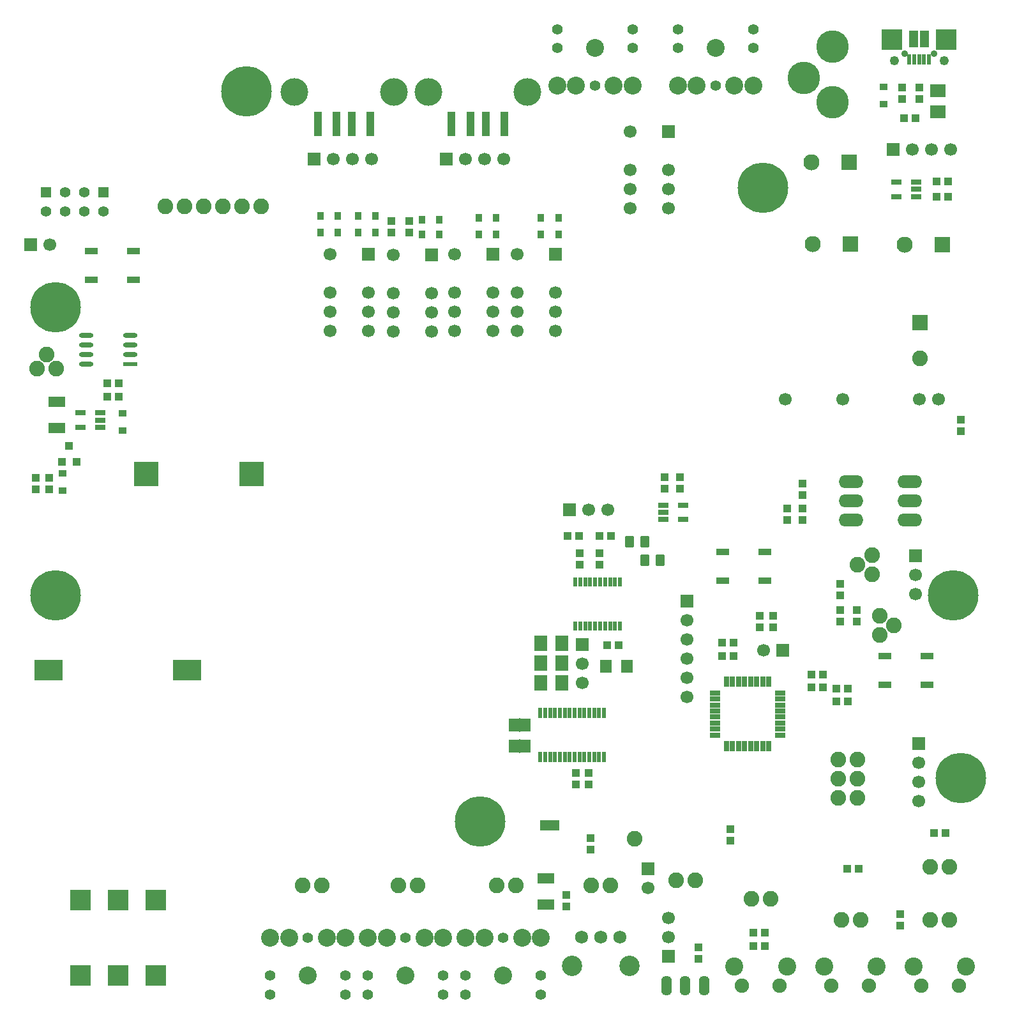
<source format=gts>
G04 Layer_Color=8388736*
%FSLAX24Y24*%
%MOIN*%
G70*
G01*
G75*
%ADD90C,0.0000*%
%ADD122R,0.0060X0.0720*%
%ADD123R,0.0197X0.0571*%
%ADD124R,0.0539X0.0709*%
G04:AMPARAMS|DCode=125|XSize=42.9mil|YSize=42.9mil|CornerRadius=8.3mil|HoleSize=0mil|Usage=FLASHONLY|Rotation=270.000|XOffset=0mil|YOffset=0mil|HoleType=Round|Shape=RoundedRectangle|*
%AMROUNDEDRECTD125*
21,1,0.0429,0.0262,0,0,270.0*
21,1,0.0262,0.0429,0,0,270.0*
1,1,0.0166,-0.0131,-0.0131*
1,1,0.0166,-0.0131,0.0131*
1,1,0.0166,0.0131,0.0131*
1,1,0.0166,0.0131,-0.0131*
%
%ADD125ROUNDEDRECTD125*%
G04:AMPARAMS|DCode=126|XSize=42.9mil|YSize=42.9mil|CornerRadius=8.3mil|HoleSize=0mil|Usage=FLASHONLY|Rotation=0.000|XOffset=0mil|YOffset=0mil|HoleType=Round|Shape=RoundedRectangle|*
%AMROUNDEDRECTD126*
21,1,0.0429,0.0262,0,0,0.0*
21,1,0.0262,0.0429,0,0,0.0*
1,1,0.0166,0.0131,-0.0131*
1,1,0.0166,-0.0131,-0.0131*
1,1,0.0166,-0.0131,0.0131*
1,1,0.0166,0.0131,0.0131*
%
%ADD126ROUNDEDRECTD126*%
G04:AMPARAMS|DCode=127|XSize=47.9mil|YSize=62.9mil|CornerRadius=8.9mil|HoleSize=0mil|Usage=FLASHONLY|Rotation=180.000|XOffset=0mil|YOffset=0mil|HoleType=Round|Shape=RoundedRectangle|*
%AMROUNDEDRECTD127*
21,1,0.0479,0.0450,0,0,180.0*
21,1,0.0300,0.0629,0,0,180.0*
1,1,0.0179,-0.0150,0.0225*
1,1,0.0179,0.0150,0.0225*
1,1,0.0179,0.0150,-0.0225*
1,1,0.0179,-0.0150,-0.0225*
%
%ADD127ROUNDEDRECTD127*%
%ADD128R,0.0299X0.0579*%
%ADD129R,0.0579X0.0299*%
%ADD130R,0.0890X0.0579*%
%ADD131R,0.0630X0.0709*%
%ADD132R,0.0236X0.0472*%
%ADD133R,0.0551X0.0295*%
%ADD134R,0.0329X0.0579*%
%ADD135R,0.0679X0.0379*%
%ADD136R,0.0406X0.0327*%
%ADD137R,0.0787X0.0709*%
%ADD138R,0.0472X0.0866*%
%ADD139R,0.0327X0.0406*%
%ADD140R,0.0433X0.1260*%
%ADD141R,0.0394X0.0433*%
%ADD142R,0.0217X0.0551*%
%ADD143R,0.0709X0.0787*%
%ADD144O,0.0748X0.0244*%
%ADD145R,0.0748X0.0244*%
%ADD146C,0.2638*%
%ADD147C,0.0669*%
%ADD148R,0.0669X0.0669*%
%ADD149R,0.0669X0.0669*%
%ADD150R,0.0819X0.0819*%
%ADD151C,0.0819*%
%ADD152R,0.1260X0.1260*%
%ADD153R,0.1496X0.1102*%
%ADD154R,0.1079X0.1079*%
%ADD155O,0.0559X0.1039*%
%ADD156C,0.0551*%
%ADD157C,0.0939*%
%ADD158O,0.1279X0.0679*%
%ADD159C,0.0839*%
%ADD160R,0.0839X0.0839*%
%ADD161C,0.0354*%
%ADD162C,0.0492*%
%ADD163R,0.1063X0.1063*%
%ADD164C,0.0551*%
%ADD165R,0.0551X0.0551*%
%ADD166C,0.1444*%
%ADD167C,0.1699*%
%ADD168C,0.0679*%
%ADD169C,0.0748*%
%ADD170C,0.0945*%
%ADD171C,0.0669*%
%ADD172C,0.0472*%
%ADD173C,0.1063*%
D90*
X41293Y1870D02*
G03*
X41293Y1870I-250J0D01*
G01*
X38537D02*
G03*
X38537Y1870I-250J0D01*
G01*
X38856Y886D02*
G03*
X38856Y886I-175J0D01*
G01*
X40825D02*
G03*
X40825Y886I-175J0D01*
G01*
X45969Y1870D02*
G03*
X45969Y1870I-250J0D01*
G01*
X43213D02*
G03*
X43213Y1870I-250J0D01*
G01*
X43531Y886D02*
G03*
X43531Y886I-175J0D01*
G01*
X45500D02*
G03*
X45500Y886I-175J0D01*
G01*
X50175D02*
G03*
X50175Y886I-175J0D01*
G01*
X48206D02*
G03*
X48206Y886I-175J0D01*
G01*
X47888Y1870D02*
G03*
X47888Y1870I-250J0D01*
G01*
X50644D02*
G03*
X50644Y1870I-250J0D01*
G01*
D122*
X27067Y13386D02*
D03*
Y14469D02*
D03*
D123*
X47421Y49203D02*
D03*
X47677D02*
D03*
X47933D02*
D03*
X48189D02*
D03*
X48445D02*
D03*
D124*
X26767Y13386D02*
D03*
X27367D02*
D03*
X26767Y14468D02*
D03*
X27367D02*
D03*
D125*
X38091Y9060D02*
D03*
Y8460D02*
D03*
X21299Y40772D02*
D03*
Y40172D02*
D03*
X20374Y40772D02*
D03*
Y40172D02*
D03*
X30787Y8568D02*
D03*
Y7968D02*
D03*
X50098Y30418D02*
D03*
Y29818D02*
D03*
X40315Y20182D02*
D03*
Y19582D02*
D03*
X39626D02*
D03*
Y20182D02*
D03*
X30212Y22848D02*
D03*
Y23448D02*
D03*
X31235Y22848D02*
D03*
Y23448D02*
D03*
X44685Y19877D02*
D03*
Y20477D02*
D03*
X43799D02*
D03*
Y19877D02*
D03*
X41831Y27072D02*
D03*
Y26472D02*
D03*
X43799Y21855D02*
D03*
Y21255D02*
D03*
X41831Y25792D02*
D03*
Y25192D02*
D03*
X41043D02*
D03*
Y25792D02*
D03*
X2504Y26791D02*
D03*
Y27391D02*
D03*
X1815D02*
D03*
Y26791D02*
D03*
X46949Y4631D02*
D03*
Y4031D02*
D03*
X29995Y11372D02*
D03*
Y11972D02*
D03*
X36417Y2298D02*
D03*
Y2898D02*
D03*
X29528Y5015D02*
D03*
Y5615D02*
D03*
X30684Y11372D02*
D03*
Y11972D02*
D03*
X35448Y26805D02*
D03*
Y27405D02*
D03*
X34661Y26805D02*
D03*
Y27405D02*
D03*
X47933Y47141D02*
D03*
Y47741D02*
D03*
X47047Y47141D02*
D03*
Y47741D02*
D03*
D126*
X44188Y6988D02*
D03*
X44788D02*
D03*
X38253Y18071D02*
D03*
X37653D02*
D03*
X6157Y31616D02*
D03*
X5557D02*
D03*
X42298Y16437D02*
D03*
X42898D02*
D03*
X49316Y8858D02*
D03*
X48716D02*
D03*
X43617Y15709D02*
D03*
X44217D02*
D03*
X47141Y46161D02*
D03*
X47741D02*
D03*
X49454Y42047D02*
D03*
X48854D02*
D03*
X38253Y18780D02*
D03*
X37653D02*
D03*
X5557Y32305D02*
D03*
X6157D02*
D03*
X42898Y17126D02*
D03*
X42298D02*
D03*
X30177Y24349D02*
D03*
X29577D02*
D03*
X31250D02*
D03*
X31850D02*
D03*
X31644Y18641D02*
D03*
X32244D02*
D03*
X44217Y16398D02*
D03*
X43617D02*
D03*
X49454Y42835D02*
D03*
X48854D02*
D03*
X39267Y2953D02*
D03*
X39867D02*
D03*
X39267Y3657D02*
D03*
X39867D02*
D03*
D127*
X32824Y24054D02*
D03*
X33624D02*
D03*
X33611Y23070D02*
D03*
X34411D02*
D03*
D128*
X37874Y16749D02*
D03*
X38189D02*
D03*
X38504D02*
D03*
X38819D02*
D03*
X39134D02*
D03*
X39449D02*
D03*
X39764D02*
D03*
X40079D02*
D03*
Y13369D02*
D03*
X39764D02*
D03*
X39449D02*
D03*
X39134D02*
D03*
X38819D02*
D03*
X38504D02*
D03*
X38189D02*
D03*
X37874D02*
D03*
D129*
X40666Y16161D02*
D03*
Y15846D02*
D03*
Y15531D02*
D03*
Y15217D02*
D03*
Y14902D02*
D03*
Y14587D02*
D03*
Y14272D02*
D03*
Y13957D02*
D03*
X37286D02*
D03*
Y14272D02*
D03*
Y14587D02*
D03*
Y14902D02*
D03*
Y15217D02*
D03*
Y15531D02*
D03*
Y15846D02*
D03*
Y16161D02*
D03*
D130*
X2924Y31362D02*
D03*
Y29980D02*
D03*
X28445Y6498D02*
D03*
Y5116D02*
D03*
D131*
X32692Y17558D02*
D03*
X31590D02*
D03*
D132*
X29975Y21962D02*
D03*
X30235D02*
D03*
X30495Y21965D02*
D03*
X30755Y21962D02*
D03*
X31015D02*
D03*
X31275D02*
D03*
X31535D02*
D03*
X31795D02*
D03*
X32055D02*
D03*
X32315D02*
D03*
Y19662D02*
D03*
X32055D02*
D03*
X31795D02*
D03*
X31535D02*
D03*
X31275D02*
D03*
X31015D02*
D03*
X30755D02*
D03*
X30495Y19660D02*
D03*
X30235Y19662D02*
D03*
X29975D02*
D03*
D133*
X34582Y25963D02*
D03*
Y25589D02*
D03*
Y25215D02*
D03*
X35606D02*
D03*
Y25963D02*
D03*
X47776Y42067D02*
D03*
Y42441D02*
D03*
Y42815D02*
D03*
X46752D02*
D03*
Y42067D02*
D03*
X5168Y30022D02*
D03*
Y30396D02*
D03*
Y30770D02*
D03*
X4144D02*
D03*
Y30022D02*
D03*
D134*
X28322Y9252D02*
D03*
X28642D02*
D03*
X28962D02*
D03*
D135*
X46144Y18073D02*
D03*
X48344D02*
D03*
X46144Y16573D02*
D03*
X48344D02*
D03*
X39880Y22006D02*
D03*
X37680D02*
D03*
X39880Y23506D02*
D03*
X37680D02*
D03*
X4707Y39234D02*
D03*
X6907D02*
D03*
X4707Y37734D02*
D03*
X6907D02*
D03*
D136*
X46063Y47795D02*
D03*
Y46890D02*
D03*
X6329Y29845D02*
D03*
Y30750D02*
D03*
X3213Y27622D02*
D03*
Y26717D02*
D03*
D137*
X48917Y46496D02*
D03*
Y47598D02*
D03*
D138*
X47638Y50295D02*
D03*
X48228D02*
D03*
D139*
X17579Y40177D02*
D03*
X16673D02*
D03*
Y41063D02*
D03*
X17579D02*
D03*
X28189Y40079D02*
D03*
X29095D02*
D03*
X21988Y40079D02*
D03*
X22894D02*
D03*
X18642Y40177D02*
D03*
X19547D02*
D03*
Y41063D02*
D03*
X18642D02*
D03*
X22894Y40866D02*
D03*
X21988D02*
D03*
X29095Y40965D02*
D03*
X28189D02*
D03*
X24941Y40079D02*
D03*
X25847D02*
D03*
Y40965D02*
D03*
X24941D02*
D03*
D140*
X18307Y45865D02*
D03*
X19291D02*
D03*
X17520D02*
D03*
X16535D02*
D03*
X25295D02*
D03*
X26280D02*
D03*
X24508D02*
D03*
X23524D02*
D03*
D141*
X3557Y29061D02*
D03*
X3931Y28234D02*
D03*
X3183D02*
D03*
D142*
X31481Y12823D02*
D03*
X31225D02*
D03*
X30969D02*
D03*
X30713D02*
D03*
X30457D02*
D03*
X30201D02*
D03*
X29945D02*
D03*
X29689D02*
D03*
X29433D02*
D03*
X29177D02*
D03*
X28921D02*
D03*
X28666D02*
D03*
X28410D02*
D03*
X28154D02*
D03*
Y15106D02*
D03*
X28410D02*
D03*
X28666D02*
D03*
X28921D02*
D03*
X29177D02*
D03*
X29433D02*
D03*
X29689D02*
D03*
X29945D02*
D03*
X30201D02*
D03*
X30457D02*
D03*
X30713D02*
D03*
X30969D02*
D03*
X31225D02*
D03*
X31481D02*
D03*
D143*
X29287Y18759D02*
D03*
X28184D02*
D03*
Y17715D02*
D03*
X29287D02*
D03*
Y16672D02*
D03*
X28184D02*
D03*
D144*
X4439Y34829D02*
D03*
Y34329D02*
D03*
Y33829D02*
D03*
Y33329D02*
D03*
X6743Y34829D02*
D03*
Y34329D02*
D03*
Y33829D02*
D03*
D145*
Y33329D02*
D03*
D146*
X25000Y9449D02*
D03*
X2854Y21240D02*
D03*
X12795Y47539D02*
D03*
X50098Y11713D02*
D03*
X2854Y36280D02*
D03*
X49705Y21240D02*
D03*
X39764Y42520D02*
D03*
D147*
X33780Y5968D02*
D03*
X31680Y25727D02*
D03*
X30680D02*
D03*
X24248Y44016D02*
D03*
X25248D02*
D03*
X26248D02*
D03*
X17358D02*
D03*
X18358D02*
D03*
X19358D02*
D03*
X34843Y4402D02*
D03*
Y3402D02*
D03*
X39827Y18386D02*
D03*
X34843Y41437D02*
D03*
Y42437D02*
D03*
Y43437D02*
D03*
X32843Y41437D02*
D03*
Y42437D02*
D03*
Y43437D02*
D03*
Y45437D02*
D03*
X28937Y35059D02*
D03*
Y36059D02*
D03*
Y37059D02*
D03*
X26937Y35059D02*
D03*
Y36059D02*
D03*
Y37059D02*
D03*
Y39059D02*
D03*
X25689Y35059D02*
D03*
Y36059D02*
D03*
Y37059D02*
D03*
X23689Y35059D02*
D03*
Y36059D02*
D03*
Y37059D02*
D03*
Y39059D02*
D03*
X22472Y35028D02*
D03*
Y36028D02*
D03*
Y37028D02*
D03*
X20472Y35028D02*
D03*
Y36028D02*
D03*
Y37028D02*
D03*
Y39028D02*
D03*
X19193Y35059D02*
D03*
Y36059D02*
D03*
Y37059D02*
D03*
X17193Y35059D02*
D03*
Y36059D02*
D03*
Y37059D02*
D03*
Y39059D02*
D03*
X2535Y39567D02*
D03*
X47575Y44528D02*
D03*
X48575D02*
D03*
X49575D02*
D03*
X47913Y12504D02*
D03*
Y11504D02*
D03*
Y10504D02*
D03*
X35827Y15945D02*
D03*
Y16945D02*
D03*
Y17945D02*
D03*
Y18945D02*
D03*
Y19945D02*
D03*
X30330Y16700D02*
D03*
Y17700D02*
D03*
X47736Y21327D02*
D03*
Y22327D02*
D03*
D148*
X33780Y6969D02*
D03*
X34843Y2402D02*
D03*
X47913Y13504D02*
D03*
X35827Y20945D02*
D03*
X30330Y18700D02*
D03*
X47736Y23327D02*
D03*
D149*
X29680Y25727D02*
D03*
X23248Y44016D02*
D03*
X16358D02*
D03*
X40827Y18386D02*
D03*
X34843Y45437D02*
D03*
X28937Y39059D02*
D03*
X25689Y39059D02*
D03*
X22472Y39028D02*
D03*
X19193Y39059D02*
D03*
X1535Y39567D02*
D03*
X46575Y44528D02*
D03*
D150*
X47992Y35492D02*
D03*
D151*
Y33602D02*
D03*
X35248Y6378D02*
D03*
X36248D02*
D03*
X39165Y5413D02*
D03*
X40165D02*
D03*
X30799Y6102D02*
D03*
X31799D02*
D03*
X20760D02*
D03*
X21760D02*
D03*
X15732D02*
D03*
X16732D02*
D03*
X25878D02*
D03*
X26878D02*
D03*
X43890Y4331D02*
D03*
X44890D02*
D03*
X48516Y7087D02*
D03*
X49516D02*
D03*
X48516Y4331D02*
D03*
X49516D02*
D03*
X8594Y41538D02*
D03*
X9594D02*
D03*
X10594D02*
D03*
X11594D02*
D03*
X12594D02*
D03*
X13594D02*
D03*
X44713Y10693D02*
D03*
X43713D02*
D03*
X44713Y11693D02*
D03*
X43713D02*
D03*
X44713Y12693D02*
D03*
X43713D02*
D03*
X33071Y8563D02*
D03*
X45472Y23335D02*
D03*
X44722Y22835D02*
D03*
X45472Y22335D02*
D03*
X45866Y19185D02*
D03*
X46616Y19685D02*
D03*
X45866Y20185D02*
D03*
X2862Y33071D02*
D03*
X2362Y33821D02*
D03*
X1862Y33071D02*
D03*
D152*
X7579Y27598D02*
D03*
X13091D02*
D03*
D153*
X9724Y17362D02*
D03*
X2480D02*
D03*
D154*
X6102Y5354D02*
D03*
X8071Y1417D02*
D03*
X6102D02*
D03*
X4134D02*
D03*
X4134Y5354D02*
D03*
X8071D02*
D03*
D155*
X35728Y875D02*
D03*
X36712D02*
D03*
X34744D02*
D03*
D156*
X26220Y3386D02*
D03*
X28189Y1417D02*
D03*
Y433D02*
D03*
X24252D02*
D03*
Y1417D02*
D03*
X21122Y3386D02*
D03*
X23091Y1417D02*
D03*
Y433D02*
D03*
X19154D02*
D03*
Y1417D02*
D03*
X16024Y3386D02*
D03*
X17992Y1417D02*
D03*
Y433D02*
D03*
X14055D02*
D03*
Y1417D02*
D03*
X31004Y47835D02*
D03*
X29035Y49803D02*
D03*
Y50787D02*
D03*
X32972D02*
D03*
Y49803D02*
D03*
X37303Y47835D02*
D03*
X35335Y49803D02*
D03*
Y50787D02*
D03*
X39272D02*
D03*
Y49803D02*
D03*
D157*
X28189Y3386D02*
D03*
X27205D02*
D03*
X24252D02*
D03*
X25236D02*
D03*
X26220Y1417D02*
D03*
X23091Y3386D02*
D03*
X22106D02*
D03*
X19154D02*
D03*
X20138D02*
D03*
X21122Y1417D02*
D03*
X17992Y3386D02*
D03*
X17008D02*
D03*
X14055D02*
D03*
X15039D02*
D03*
X16024Y1417D02*
D03*
X29035Y47835D02*
D03*
X30020D02*
D03*
X32972D02*
D03*
X31988D02*
D03*
X31004Y49803D02*
D03*
X35335Y47835D02*
D03*
X36319D02*
D03*
X39272D02*
D03*
X38287D02*
D03*
X37303Y49803D02*
D03*
D158*
X44390Y27181D02*
D03*
Y26181D02*
D03*
Y25181D02*
D03*
X47441D02*
D03*
Y26181D02*
D03*
Y27181D02*
D03*
D159*
X42323Y43858D02*
D03*
X42362Y39587D02*
D03*
X47165Y39547D02*
D03*
D160*
X44291Y43858D02*
D03*
X44331Y39587D02*
D03*
X49134Y39547D02*
D03*
D161*
X47165Y49508D02*
D03*
X48701D02*
D03*
D162*
X46634Y49154D02*
D03*
X49232D02*
D03*
D163*
X49350Y50256D02*
D03*
X46516D02*
D03*
D164*
X5333Y41269D02*
D03*
X2333D02*
D03*
X3333D02*
D03*
X4333D02*
D03*
Y42269D02*
D03*
X3333D02*
D03*
D165*
X5333D02*
D03*
X2333D02*
D03*
D166*
X15328Y47524D02*
D03*
X20498D02*
D03*
X22317D02*
D03*
X27487D02*
D03*
D167*
X43406Y46997D02*
D03*
X43396Y49879D02*
D03*
X41925Y48248D02*
D03*
D168*
X32299Y3407D02*
D03*
X31299D02*
D03*
X30299D02*
D03*
D169*
X40650Y886D02*
D03*
X38681D02*
D03*
X45325D02*
D03*
X43356D02*
D03*
X48031D02*
D03*
X50000D02*
D03*
D170*
X41043Y1870D02*
D03*
X38287D02*
D03*
X45719D02*
D03*
X42963D02*
D03*
X47638D02*
D03*
X50394D02*
D03*
D171*
X48936Y31499D02*
D03*
X47936D02*
D03*
X43936D02*
D03*
X40936D02*
D03*
D172*
X24114Y9449D02*
D03*
X25000Y10335D02*
D03*
X25886Y9449D02*
D03*
X25000Y8563D02*
D03*
X24409Y8858D02*
D03*
Y10039D02*
D03*
X25591D02*
D03*
Y8858D02*
D03*
X3445Y20650D02*
D03*
Y21831D02*
D03*
X2264D02*
D03*
Y20650D02*
D03*
X2854Y20354D02*
D03*
X3740Y21240D02*
D03*
X2854Y22126D02*
D03*
X1969Y21240D02*
D03*
X11909Y47539D02*
D03*
X12795Y48425D02*
D03*
X13681Y47539D02*
D03*
X12795Y46654D02*
D03*
X12205Y46949D02*
D03*
Y48130D02*
D03*
X13386D02*
D03*
Y46949D02*
D03*
X49508Y11122D02*
D03*
X50689D02*
D03*
Y12303D02*
D03*
X49508D02*
D03*
X49213Y11713D02*
D03*
X50098Y10827D02*
D03*
X50984Y11713D02*
D03*
X50098Y12598D02*
D03*
X2854Y37165D02*
D03*
X3740Y36280D02*
D03*
X2854Y35394D02*
D03*
X1969Y36280D02*
D03*
X2264Y36870D02*
D03*
X3445D02*
D03*
Y35689D02*
D03*
X2264D02*
D03*
X49114Y20650D02*
D03*
X50295D02*
D03*
Y21831D02*
D03*
X49114D02*
D03*
X48819Y21240D02*
D03*
X49705Y20354D02*
D03*
X50591Y21240D02*
D03*
X49705Y22126D02*
D03*
X39764Y43406D02*
D03*
X40650Y42520D02*
D03*
X39764Y41634D02*
D03*
X38878Y42520D02*
D03*
X39173Y43110D02*
D03*
X40354D02*
D03*
Y41929D02*
D03*
X39173D02*
D03*
D173*
X32799Y1907D02*
D03*
X29799D02*
D03*
M02*

</source>
